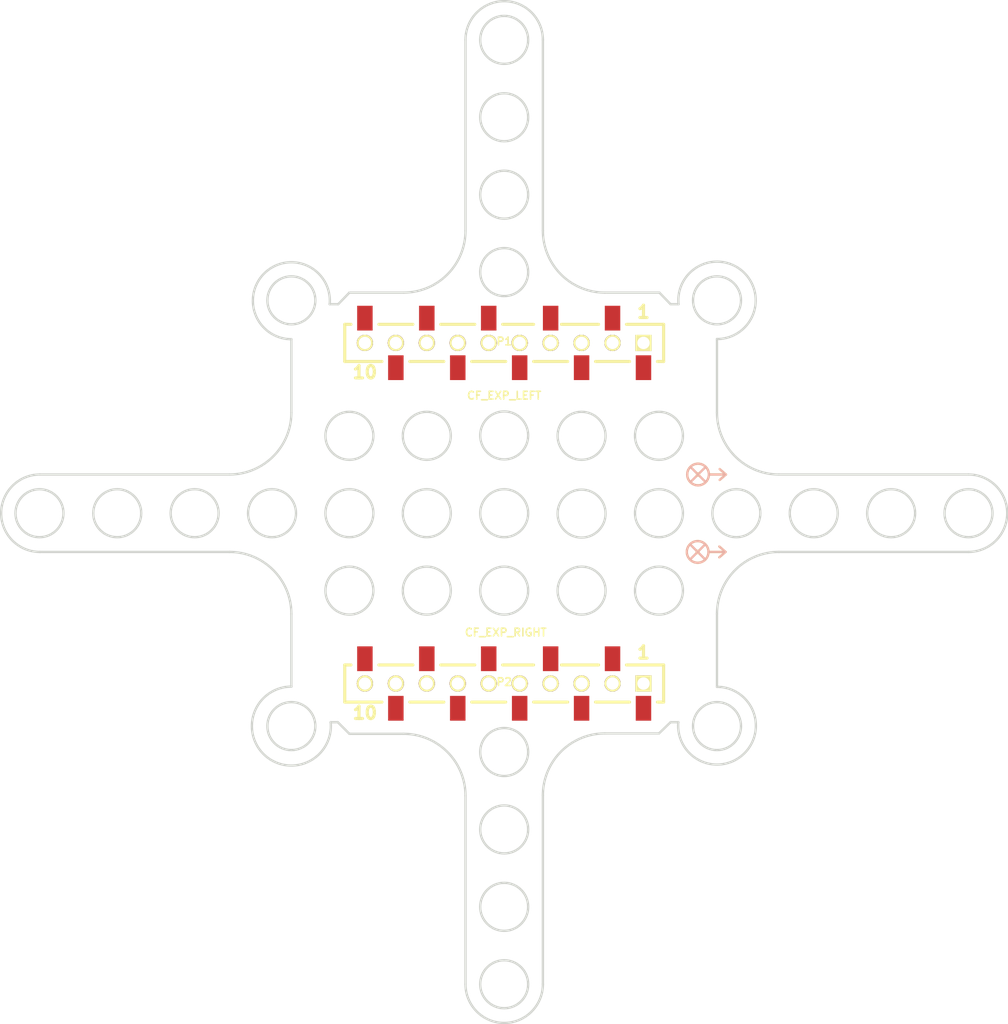
<source format=kicad_pcb>
(kicad_pcb (version 20171130) (host pcbnew 5.1.9-73d0e3b20d~88~ubuntu18.04.1)
  (title_block (title "Crazyflie 2.0 expansion template") (date "20 okt 2014") (rev A) (company "Bitcraze AB") (comment 1 "Licensed under CC-BY 4.0"))
  (layers (0 F.Cu signal) (31 B.Cu signal) (34 B.Paste user) (35 F.Paste user) (36 B.SilkS user) (37 F.SilkS user) (38 B.Mask user) (39 F.Mask user) (44 Edge.Cuts user))
  (net 0 "")
  (net 1 "Net-(P1-Pad10)")
  (net 2 "Net-(P1-Pad2)")
  (net 3 "Net-(P1-Pad1)")
  (net 4 "Net-(P1-Pad8)")
  (net 5 "Net-(P1-Pad9)")
  (net 6 "Net-(P1-Pad3)")
  (net 7 "Net-(P1-Pad4)")
  (net 8 "Net-(P1-Pad7)")
  (net 9 "Net-(P1-Pad6)")
  (net 10 "Net-(P1-Pad5)")
  (net 11 "Net-(P2-Pad10)")
  (net 12 "Net-(P2-Pad2)")
  (net 13 "Net-(P2-Pad1)")
  (net 14 "Net-(P2-Pad8)")
  (net 15 "Net-(P2-Pad9)")
  (net 16 "Net-(P2-Pad3)")
  (net 17 "Net-(P2-Pad4)")
  (net 18 "Net-(P2-Pad7)")
  (net 19 "Net-(P2-Pad6)")
  (net 20 "Net-(P2-Pad5)")
  (module bitcraze:EXP_ORIENTATION (layer F.Cu) (at 151.501 99.50092)
    (fp_text reference EXP_ORIENTATION hide)
    (fp_text value VAL** hide)
    (fp_circle (center 0 0) (end 0.075 0.025) (layer F.SilkS) (width 0.15))
    (fp_circle (center 0 0) (end 0.7 0.025) (layer F.SilkS) (width 0.15))
    (fp_line (start 0.7 0) (end 1.8 0) (layer F.SilkS) (width 0.15))
    (fp_line (start 1.8 0) (end 1.4 -0.35) (layer F.SilkS) (width 0.15))
    (fp_line (start 1.8 0) (end 1.4 0.35) (layer F.SilkS) (width 0.15))
    (fp_line (start 1.8 0) (end 1.4 0.35) (layer B.SilkS) (width 0.15))
    (fp_line (start 1.8 0) (end 1.4 -0.35) (layer B.SilkS) (width 0.15))
    (fp_line (start 0.7 0) (end 1.8 0) (layer B.SilkS) (width 0.15))
    (fp_circle (center 0 0) (end 0.7 0.025) (layer B.SilkS) (width 0.15))
    (fp_line (start 0 0) (end -0.475 -0.475) (layer B.SilkS) (width 0.15))
    (fp_line (start 0 0) (end 0.475 -0.475) (layer B.SilkS) (width 0.15))
    (fp_line (start 0 0) (end 0.475 0.475) (layer B.SilkS) (width 0.15))
    (fp_line (start 0 0) (end -0.475 0.475) (layer B.SilkS) (width 0.15))
  )
  (module bitcraze:EXP_ORIENTATION (layer F.Cu) (at 151.526 94.50092)
    (fp_text reference EXP_ORIENTATION hide)
    (fp_text value VAL** hide)
    (fp_line (start 0 0) (end -0.475 0.475) (layer B.SilkS) (width 0.15))
    (fp_line (start 0 0) (end 0.475 0.475) (layer B.SilkS) (width 0.15))
    (fp_line (start 0 0) (end 0.475 -0.475) (layer B.SilkS) (width 0.15))
    (fp_line (start 0 0) (end -0.475 -0.475) (layer B.SilkS) (width 0.15))
    (fp_circle (center 0 0) (end 0.7 0.025) (layer B.SilkS) (width 0.15))
    (fp_line (start 0.7 0) (end 1.8 0) (layer B.SilkS) (width 0.15))
    (fp_line (start 1.8 0) (end 1.4 -0.35) (layer B.SilkS) (width 0.15))
    (fp_line (start 1.8 0) (end 1.4 0.35) (layer B.SilkS) (width 0.15))
    (fp_line (start 1.8 0) (end 1.4 0.35) (layer F.SilkS) (width 0.15))
    (fp_line (start 1.8 0) (end 1.4 -0.35) (layer F.SilkS) (width 0.15))
    (fp_line (start 0.7 0) (end 1.8 0) (layer F.SilkS) (width 0.15))
    (fp_circle (center 0 0) (end 0.7 0.025) (layer F.SilkS) (width 0.15))
    (fp_circle (center 0 0) (end 0.075 0.025) (layer F.SilkS) (width 0.15))
  )
  (module connectors:BF090-10-X-B2 (layer F.Cu) (at 139.001 86.00092 180)
    (fp_text reference P1 (at 0 0.1 180) (layer F.SilkS) (effects (font (size 0.5 0.5) (thickness 0.1))))
    (fp_text value CF_EXP_LEFT (at 0 -3.4 180) (layer F.SilkS) (effects (font (size 0.5 0.5) (thickness 0.1))))
    (fp_line (start 7.9 -1.2) (end 10.3 -1.2) (layer F.SilkS) (width 0.2))
    (fp_line (start 10.3 -1.2) (end 10.3 1.2) (layer F.SilkS) (width 0.2))
    (fp_line (start 10.3 1.2) (end 9.9 1.2) (layer F.SilkS) (width 0.2))
    (fp_line (start 3.9 -1.2) (end 6.1 -1.2) (layer F.SilkS) (width 0.2))
    (fp_line (start -0.1 -1.2) (end 2.1 -1.2) (layer F.SilkS) (width 0.2))
    (fp_line (start 5.9 1.2) (end 8.1 1.2) (layer F.SilkS) (width 0.2))
    (fp_line (start 1.9 1.2) (end 4.1 1.2) (layer F.SilkS) (width 0.2))
    (fp_line (start -1.9 1.2) (end 0.1 1.2) (layer F.SilkS) (width 0.2))
    (fp_line (start -4.1 -1.2) (end -1.9 -1.2) (layer F.SilkS) (width 0.2))
    (fp_line (start -6.1 1.2) (end -3.7 1.2) (layer F.SilkS) (width 0.2))
    (fp_line (start -8.1 -1.2) (end -5.9 -1.2) (layer F.SilkS) (width 0.2))
    (fp_line (start -10.3 -1.2) (end -9.9 -1.2) (layer F.SilkS) (width 0.2))
    (fp_line (start -10.3 -1.2) (end -10.3 1.2) (layer F.SilkS) (width 0.2))
    (fp_line (start -10.3 1.2) (end -7.9 1.2) (layer F.SilkS) (width 0.2))
    (fp_text user 10 (at 9 -1.9 180) (layer F.SilkS) (effects (font (size 0.8 0.8) (thickness 0.2))))
    (fp_text user 1 (at -9 2 180) (layer F.SilkS) (effects (font (size 0.8 0.8) (thickness 0.2))))
    (pad 10 thru_hole circle (at 9 0 180) (size 1.05 1.05) (drill 0.8) (layers *.Cu F.SilkS B.Mask) (net 1 "Net-(P1-Pad10)"))
    (pad 2 thru_hole circle (at -7 0 180) (size 1.05 1.05) (drill 0.8) (layers *.Cu F.SilkS B.Mask) (net 2 "Net-(P1-Pad2)"))
    (pad 1 thru_hole rect (at -9 0 180) (size 1.05 1.05) (drill 0.8) (layers *.Cu F.SilkS B.Mask) (net 3 "Net-(P1-Pad1)"))
    (pad 8 thru_hole circle (at 5 0 180) (size 1.05 1.05) (drill 0.8) (layers *.Cu F.SilkS B.Mask) (net 4 "Net-(P1-Pad8)"))
    (pad 9 thru_hole circle (at 7 0 180) (size 1.05 1.05) (drill 0.8) (layers *.Cu F.SilkS B.Mask) (net 5 "Net-(P1-Pad9)"))
    (pad 3 thru_hole circle (at -5 0 180) (size 1.05 1.05) (drill 0.8) (layers *.Cu F.SilkS B.Mask) (net 6 "Net-(P1-Pad3)"))
    (pad 4 thru_hole circle (at -3 0 180) (size 1.05 1.05) (drill 0.8) (layers *.Cu F.SilkS B.Mask) (net 7 "Net-(P1-Pad4)"))
    (pad 7 thru_hole circle (at 3 0 180) (size 1.05 1.05) (drill 0.8) (layers *.Cu F.SilkS B.Mask) (net 8 "Net-(P1-Pad7)"))
    (pad 6 thru_hole circle (at 1 0 180) (size 1.05 1.05) (drill 0.8) (layers *.Cu F.SilkS B.Mask) (net 9 "Net-(P1-Pad6)"))
    (pad 5 thru_hole circle (at -1 0 180) (size 1.05 1.05) (drill 0.8) (layers *.Cu F.SilkS B.Mask) (net 10 "Net-(P1-Pad5)"))
    (pad 1 smd rect (at -9 -1.6 180) (size 1 1.6) (layers F.Cu F.Paste F.Mask) (net 3 "Net-(P1-Pad1)"))
    (pad 2 smd rect (at -7 1.6 180) (size 1 1.6) (layers F.Cu F.Paste F.Mask) (net 2 "Net-(P1-Pad2)"))
    (pad 3 smd rect (at -5 -1.6 180) (size 1 1.6) (layers F.Cu F.Paste F.Mask) (net 6 "Net-(P1-Pad3)"))
    (pad 4 smd rect (at -3 1.6 180) (size 1 1.6) (layers F.Cu F.Paste F.Mask) (net 7 "Net-(P1-Pad4)"))
    (pad 5 smd rect (at -1 -1.6 180) (size 1 1.6) (layers F.Cu F.Paste F.Mask) (net 10 "Net-(P1-Pad5)"))
    (pad 6 smd rect (at 1 1.6 180) (size 1 1.6) (layers F.Cu F.Paste F.Mask) (net 9 "Net-(P1-Pad6)"))
    (pad 7 smd rect (at 3 -1.6 180) (size 1 1.6) (layers F.Cu F.Paste F.Mask) (net 8 "Net-(P1-Pad7)"))
    (pad 8 smd rect (at 5 1.6 180) (size 1 1.6) (layers F.Cu F.Paste F.Mask) (net 4 "Net-(P1-Pad8)"))
    (pad 9 smd rect (at 7 -1.6 180) (size 1 1.6) (layers F.Cu F.Paste F.Mask) (net 5 "Net-(P1-Pad9)"))
    (pad 10 smd rect (at 9 1.6 180) (size 1 1.6) (layers F.Cu F.Paste F.Mask) (net 1 "Net-(P1-Pad10)"))
    (pad 1 smd circle (at -9 0 180) (size 1.05 1.05) (layers F.Cu F.Mask) (net 3 "Net-(P1-Pad1)"))
    (pad 2 smd circle (at -7 0 180) (size 1.05 1.05) (layers F.Cu F.Mask) (net 2 "Net-(P1-Pad2)"))
    (pad 3 smd circle (at -5 0 180) (size 1.05 1.05) (layers F.Cu F.Mask) (net 6 "Net-(P1-Pad3)"))
    (pad 4 smd circle (at -3 0 180) (size 1.05 1.05) (layers F.Cu F.Mask) (net 7 "Net-(P1-Pad4)"))
    (pad 5 smd circle (at -1 0 180) (size 1.05 1.05) (layers F.Cu F.Mask) (net 10 "Net-(P1-Pad5)"))
    (pad 6 smd circle (at 1 0 180) (size 1.05 1.05) (layers F.Cu F.Mask) (net 9 "Net-(P1-Pad6)"))
    (pad 7 smd circle (at 3 0 180) (size 1.05 1.05) (layers F.Cu F.Mask) (net 8 "Net-(P1-Pad7)"))
    (pad 8 smd circle (at 5 0 180) (size 1.05 1.05) (layers F.Cu F.Mask) (net 4 "Net-(P1-Pad8)"))
    (pad 9 smd circle (at 7 0 180) (size 1.05 1.05) (layers F.Cu F.Mask) (net 5 "Net-(P1-Pad9)"))
    (pad 10 smd circle (at 9 0 180) (size 1.05 1.05) (layers F.Cu F.Mask) (net 1 "Net-(P1-Pad10)"))
  )
  (module connectors:BF090-10-X-B2 (layer F.Cu) (at 139.001 108.00092 180)
    (fp_text reference P2 (at 0 0.1 180) (layer F.SilkS) (effects (font (size 0.5 0.5) (thickness 0.1))))
    (fp_text value CF_EXP_RIGHT (at -0.1 3.3 180) (layer F.SilkS) (effects (font (size 0.5 0.5) (thickness 0.1))))
    (fp_line (start 7.9 -1.2) (end 10.3 -1.2) (layer F.SilkS) (width 0.2))
    (fp_line (start 10.3 -1.2) (end 10.3 1.2) (layer F.SilkS) (width 0.2))
    (fp_line (start 10.3 1.2) (end 9.9 1.2) (layer F.SilkS) (width 0.2))
    (fp_line (start 3.9 -1.2) (end 6.1 -1.2) (layer F.SilkS) (width 0.2))
    (fp_line (start -0.1 -1.2) (end 2.1 -1.2) (layer F.SilkS) (width 0.2))
    (fp_line (start 5.9 1.2) (end 8.1 1.2) (layer F.SilkS) (width 0.2))
    (fp_line (start 1.9 1.2) (end 4.1 1.2) (layer F.SilkS) (width 0.2))
    (fp_line (start -1.9 1.2) (end 0.1 1.2) (layer F.SilkS) (width 0.2))
    (fp_line (start -4.1 -1.2) (end -1.9 -1.2) (layer F.SilkS) (width 0.2))
    (fp_line (start -6.1 1.2) (end -3.7 1.2) (layer F.SilkS) (width 0.2))
    (fp_line (start -8.1 -1.2) (end -5.9 -1.2) (layer F.SilkS) (width 0.2))
    (fp_line (start -10.3 -1.2) (end -9.9 -1.2) (layer F.SilkS) (width 0.2))
    (fp_line (start -10.3 -1.2) (end -10.3 1.2) (layer F.SilkS) (width 0.2))
    (fp_line (start -10.3 1.2) (end -7.9 1.2) (layer F.SilkS) (width 0.2))
    (fp_text user 10 (at 9 -1.9 180) (layer F.SilkS) (effects (font (size 0.8 0.8) (thickness 0.2))))
    (fp_text user 1 (at -9 2 180) (layer F.SilkS) (effects (font (size 0.8 0.8) (thickness 0.2))))
    (pad 10 thru_hole circle (at 9 0 180) (size 1.05 1.05) (drill 0.8) (layers *.Cu F.SilkS B.Mask) (net 11 "Net-(P2-Pad10)"))
    (pad 2 thru_hole circle (at -7 0 180) (size 1.05 1.05) (drill 0.8) (layers *.Cu F.SilkS B.Mask) (net 12 "Net-(P2-Pad2)"))
    (pad 1 thru_hole rect (at -9 0 180) (size 1.05 1.05) (drill 0.8) (layers *.Cu F.SilkS B.Mask) (net 13 "Net-(P2-Pad1)"))
    (pad 8 thru_hole circle (at 5 0 180) (size 1.05 1.05) (drill 0.8) (layers *.Cu F.SilkS B.Mask) (net 14 "Net-(P2-Pad8)"))
    (pad 9 thru_hole circle (at 7 0 180) (size 1.05 1.05) (drill 0.8) (layers *.Cu F.SilkS B.Mask) (net 15 "Net-(P2-Pad9)"))
    (pad 3 thru_hole circle (at -5 0 180) (size 1.05 1.05) (drill 0.8) (layers *.Cu F.SilkS B.Mask) (net 16 "Net-(P2-Pad3)"))
    (pad 4 thru_hole circle (at -3 0 180) (size 1.05 1.05) (drill 0.8) (layers *.Cu F.SilkS B.Mask) (net 17 "Net-(P2-Pad4)"))
    (pad 7 thru_hole circle (at 3 0 180) (size 1.05 1.05) (drill 0.8) (layers *.Cu F.SilkS B.Mask) (net 18 "Net-(P2-Pad7)"))
    (pad 6 thru_hole circle (at 1 0 180) (size 1.05 1.05) (drill 0.8) (layers *.Cu F.SilkS B.Mask) (net 19 "Net-(P2-Pad6)"))
    (pad 5 thru_hole circle (at -1 0 180) (size 1.05 1.05) (drill 0.8) (layers *.Cu F.SilkS B.Mask) (net 20 "Net-(P2-Pad5)"))
    (pad 1 smd rect (at -9 -1.6 180) (size 1 1.6) (layers F.Cu F.Paste F.Mask) (net 13 "Net-(P2-Pad1)"))
    (pad 2 smd rect (at -7 1.6 180) (size 1 1.6) (layers F.Cu F.Paste F.Mask) (net 12 "Net-(P2-Pad2)"))
    (pad 3 smd rect (at -5 -1.6 180) (size 1 1.6) (layers F.Cu F.Paste F.Mask) (net 16 "Net-(P2-Pad3)"))
    (pad 4 smd rect (at -3 1.6 180) (size 1 1.6) (layers F.Cu F.Paste F.Mask) (net 17 "Net-(P2-Pad4)"))
    (pad 5 smd rect (at -1 -1.6 180) (size 1 1.6) (layers F.Cu F.Paste F.Mask) (net 20 "Net-(P2-Pad5)"))
    (pad 6 smd rect (at 1 1.6 180) (size 1 1.6) (layers F.Cu F.Paste F.Mask) (net 19 "Net-(P2-Pad6)"))
    (pad 7 smd rect (at 3 -1.6 180) (size 1 1.6) (layers F.Cu F.Paste F.Mask) (net 18 "Net-(P2-Pad7)"))
    (pad 8 smd rect (at 5 1.6 180) (size 1 1.6) (layers F.Cu F.Paste F.Mask) (net 14 "Net-(P2-Pad8)"))
    (pad 9 smd rect (at 7 -1.6 180) (size 1 1.6) (layers F.Cu F.Paste F.Mask) (net 15 "Net-(P2-Pad9)"))
    (pad 10 smd rect (at 9 1.6 180) (size 1 1.6) (layers F.Cu F.Paste F.Mask) (net 11 "Net-(P2-Pad10)"))
    (pad 1 smd circle (at -9 0 180) (size 1.05 1.05) (layers F.Cu F.Mask) (net 13 "Net-(P2-Pad1)"))
    (pad 2 smd circle (at -7 0 180) (size 1.05 1.05) (layers F.Cu F.Mask) (net 12 "Net-(P2-Pad2)"))
    (pad 3 smd circle (at -5 0 180) (size 1.05 1.05) (layers F.Cu F.Mask) (net 16 "Net-(P2-Pad3)"))
    (pad 4 smd circle (at -3 0 180) (size 1.05 1.05) (layers F.Cu F.Mask) (net 17 "Net-(P2-Pad4)"))
    (pad 5 smd circle (at -1 0 180) (size 1.05 1.05) (layers F.Cu F.Mask) (net 20 "Net-(P2-Pad5)"))
    (pad 6 smd circle (at 1 0 180) (size 1.05 1.05) (layers F.Cu F.Mask) (net 19 "Net-(P2-Pad6)"))
    (pad 7 smd circle (at 3 0 180) (size 1.05 1.05) (layers F.Cu F.Mask) (net 18 "Net-(P2-Pad7)"))
    (pad 8 smd circle (at 5 0 180) (size 1.05 1.05) (layers F.Cu F.Mask) (net 14 "Net-(P2-Pad8)"))
    (pad 9 smd circle (at 7 0 180) (size 1.05 1.05) (layers F.Cu F.Mask) (net 15 "Net-(P2-Pad9)"))
    (pad 10 smd circle (at 9 0 180) (size 1.05 1.05) (layers F.Cu F.Mask) (net 11 "Net-(P2-Pad10)"))
  )
  (gr_arc (start 132.501 78.75092) (end 132.501 82.75092) (angle -90) (layer Edge.Cuts) (width 0.15))
  (gr_arc (start 145.501 78.75092) (end 141.501 78.75092) (angle -90) (layer Edge.Cuts) (width 0.15))
  (gr_arc (start 145.501 115.22592) (end 145.501 111.22592) (angle -90) (layer Edge.Cuts) (width 0.15))
  (gr_arc (start 132.501 115.25092) (end 136.501 115.25092) (angle -90) (layer Edge.Cuts) (width 0.15))
  (gr_arc (start 156.751 103.50092) (end 156.751 99.50092) (angle -90) (layer Edge.Cuts) (width 0.15))
  (gr_arc (start 156.751 90.50092) (end 152.751 90.50092) (angle -90) (layer Edge.Cuts) (width 0.15))
  (gr_arc (start 121.251 90.50092) (end 121.251 94.50092) (angle -90) (layer Edge.Cuts) (width 0.15))
  (gr_arc (start 121.251 103.50092) (end 125.251 103.50092) (angle -90) (layer Edge.Cuts) (width 0.15))
  (gr_circle (center 149.000799 97.00092) (end 150.550799 97.02592) (layer Edge.Cuts) (width 0.15))
  (gr_circle (center 149.001 102.000719) (end 150.551 102.025719) (layer Edge.Cuts) (width 0.15))
  (gr_circle (center 149.000799 92.00092) (end 150.550799 92.02592) (layer Edge.Cuts) (width 0.15))
  (gr_circle (center 129.001 102.000719) (end 130.551 102.025719) (layer Edge.Cuts) (width 0.15))
  (gr_circle (center 129.000799 97.000719) (end 130.550799 97.025719) (layer Edge.Cuts) (width 0.15))
  (gr_circle (center 129.000799 92.00092) (end 130.550799 92.02592) (layer Edge.Cuts) (width 0.15))
  (gr_circle (center 134.001 102.00092) (end 135.551 102.02592) (layer Edge.Cuts) (width 0.15))
  (gr_circle (center 134.001 97.000719) (end 135.551 97.025719) (layer Edge.Cuts) (width 0.15))
  (gr_circle (center 134.001201 92.00092) (end 135.551201 92.02592) (layer Edge.Cuts) (width 0.15))
  (gr_circle (center 144.001 102.000719) (end 145.551 102.025719) (layer Edge.Cuts) (width 0.15))
  (gr_circle (center 144.001 97.025719) (end 145.551 97.050719) (layer Edge.Cuts) (width 0.15))
  (gr_circle (center 144.001 92.001121) (end 145.551 92.026121) (layer Edge.Cuts) (width 0.15))
  (gr_circle (center 139.000799 102.000719) (end 140.550799 102.025719) (layer Edge.Cuts) (width 0.15))
  (gr_circle (center 139.000799 91.976121) (end 140.550799 92.001121) (layer Edge.Cuts) (width 0.15))
  (gr_circle (center 139.000799 97.00092) (end 140.550799 97.02592) (layer Edge.Cuts) (width 0.15))
  (gr_line (start 128.276 83.50092) (end 127.726006 83.50092) (layer Edge.Cuts) (width 0.15))
  (gr_line (start 129.001 82.75092) (end 128.276 83.50092) (layer Edge.Cuts) (width 0.15))
  (gr_line (start 132.501 82.75092) (end 129.001 82.75092) (layer Edge.Cuts) (width 0.15))
  (gr_line (start 149.026 82.75092) (end 149.751 83.50092) (layer Edge.Cuts) (width 0.15))
  (gr_line (start 145.501 82.75092) (end 149.026 82.75092) (layer Edge.Cuts) (width 0.15))
  (gr_line (start 149.751 83.50092) (end 150.264237 83.500674) (layer Edge.Cuts) (width 0.15))
  (gr_line (start 149.001 111.22592) (end 149.751 110.50092) (layer Edge.Cuts) (width 0.15))
  (gr_line (start 145.501 111.22592) (end 149.001 111.22592) (layer Edge.Cuts) (width 0.15))
  (gr_line (start 149.751 110.50092) (end 150.251 110.50092) (layer Edge.Cuts) (width 0.15))
  (gr_line (start 128.251 110.50092) (end 127.788827 110.502113) (layer Edge.Cuts) (width 0.15))
  (gr_line (start 129.001 111.25092) (end 128.251 110.50092) (layer Edge.Cuts) (width 0.15))
  (gr_line (start 132.501 111.25092) (end 129.001 111.25092) (layer Edge.Cuts) (width 0.15))
  (gr_circle (center 152.750799 83.25092) (end 154.300799 83.27592) (layer Edge.Cuts) (width 0.15))
  (gr_circle (center 139.001 81.42592) (end 140.551 81.45092) (layer Edge.Cuts) (width 0.15))
  (gr_circle (center 139.001 76.42592) (end 140.551 76.45092) (layer Edge.Cuts) (width 0.15))
  (gr_circle (center 139.001 71.42592) (end 140.551 71.45092) (layer Edge.Cuts) (width 0.15))
  (gr_circle (center 139.001 66.42592) (end 140.551 66.45092) (layer Edge.Cuts) (width 0.15))
  (gr_circle (center 125.251 83.25092) (end 126.801 83.27592) (layer Edge.Cuts) (width 0.15))
  (gr_circle (center 124.001 97.00092) (end 125.551 97.02592) (layer Edge.Cuts) (width 0.15))
  (gr_circle (center 119.001 97.00092) (end 120.551 97.02592) (layer Edge.Cuts) (width 0.15))
  (gr_circle (center 114.001 97.00092) (end 115.551 97.02592) (layer Edge.Cuts) (width 0.15))
  (gr_circle (center 108.976201 97.00092) (end 110.526201 97.02592) (layer Edge.Cuts) (width 0.15))
  (gr_circle (center 154.001 97.00092) (end 155.551 97.02592) (layer Edge.Cuts) (width 0.15))
  (gr_circle (center 159.001 97.00092) (end 160.551 97.02592) (layer Edge.Cuts) (width 0.15))
  (gr_circle (center 164.001201 97.00092) (end 165.551201 97.02592) (layer Edge.Cuts) (width 0.15))
  (gr_circle (center 169.001 97.00092) (end 170.551 97.02592) (layer Edge.Cuts) (width 0.15))
  (gr_circle (center 125.251201 110.75092) (end 126.801201 110.77592) (layer Edge.Cuts) (width 0.15))
  (gr_circle (center 152.750799 110.75092) (end 154.300799 110.77592) (layer Edge.Cuts) (width 0.15))
  (gr_circle (center 139.000799 112.42592) (end 140.550799 112.45092) (layer Edge.Cuts) (width 0.15))
  (gr_circle (center 139.000799 117.42592) (end 140.550799 117.45092) (layer Edge.Cuts) (width 0.15))
  (gr_circle (center 139.001 122.42592) (end 140.551 122.45092) (layer Edge.Cuts) (width 0.15))
  (gr_circle (center 139.001 127.42592) (end 140.551 127.45092) (layer Edge.Cuts) (width 0.15))
  (gr_line (start 152.750998 108.215095) (end 152.751 103.50092) (layer Edge.Cuts) (width 0.15))
  (gr_line (start 125.251 103.50092) (end 125.251 108.20092) (layer Edge.Cuts) (width 0.15))
  (gr_line (start 152.751 85.750919) (end 152.751 90.50092) (layer Edge.Cuts) (width 0.15))
  (gr_line (start 125.251 90.50092) (end 125.251 85.761781) (layer Edge.Cuts) (width 0.15))
  (gr_arc (start 125.250348 83.27592) (end 127.726006 83.50092) (angle -275.2080734) (layer Edge.Cuts) (width 0.15))
  (gr_arc (start 152.751729 83.25092) (end 152.751 85.750919) (angle -275.7502172) (layer Edge.Cuts) (width 0.15))
  (gr_arc (start 152.751729 110.725926) (end 150.251 110.50092) (angle -275.1580908) (layer Edge.Cuts) (width 0.15))
  (gr_arc (start 125.250994 110.75092) (end 125.251 108.20092) (angle -275.5994611) (layer Edge.Cuts) (width 0.15))
  (gr_line (start 121.251 94.50092) (end 109.001 94.50092) (layer Edge.Cuts) (width 0.15))
  (gr_arc (start 109.001 97.00092) (end 109.001 94.50092) (angle -180) (layer Edge.Cuts) (width 0.15))
  (gr_line (start 121.251 99.50092) (end 109.001 99.50092) (layer Edge.Cuts) (width 0.15))
  (gr_line (start 156.751 99.50092) (end 169.001 99.50092) (layer Edge.Cuts) (width 0.15))
  (gr_arc (start 169.001 97.00092) (end 169.001 99.50092) (angle -180) (layer Edge.Cuts) (width 0.15))
  (gr_line (start 156.751 94.50092) (end 169.001 94.50092) (layer Edge.Cuts) (width 0.15))
  (gr_line (start 141.501 78.75092) (end 141.501 66.42592) (layer Edge.Cuts) (width 0.15))
  (gr_arc (start 139.001 66.42592) (end 141.501 66.42592) (angle -180) (layer Edge.Cuts) (width 0.15))
  (gr_line (start 136.501 78.75092) (end 136.501 66.42592) (layer Edge.Cuts) (width 0.15))
  (gr_arc (start 139.001 127.42592) (end 136.501 127.42592) (angle -180) (layer Edge.Cuts) (width 0.15))
  (gr_line (start 141.501 115.22592) (end 141.501 127.42592) (layer Edge.Cuts) (width 0.15))
  (gr_line (start 136.501 115.25092) (end 136.501 127.42592) (layer Edge.Cuts) (width 0.15))
)
</source>
